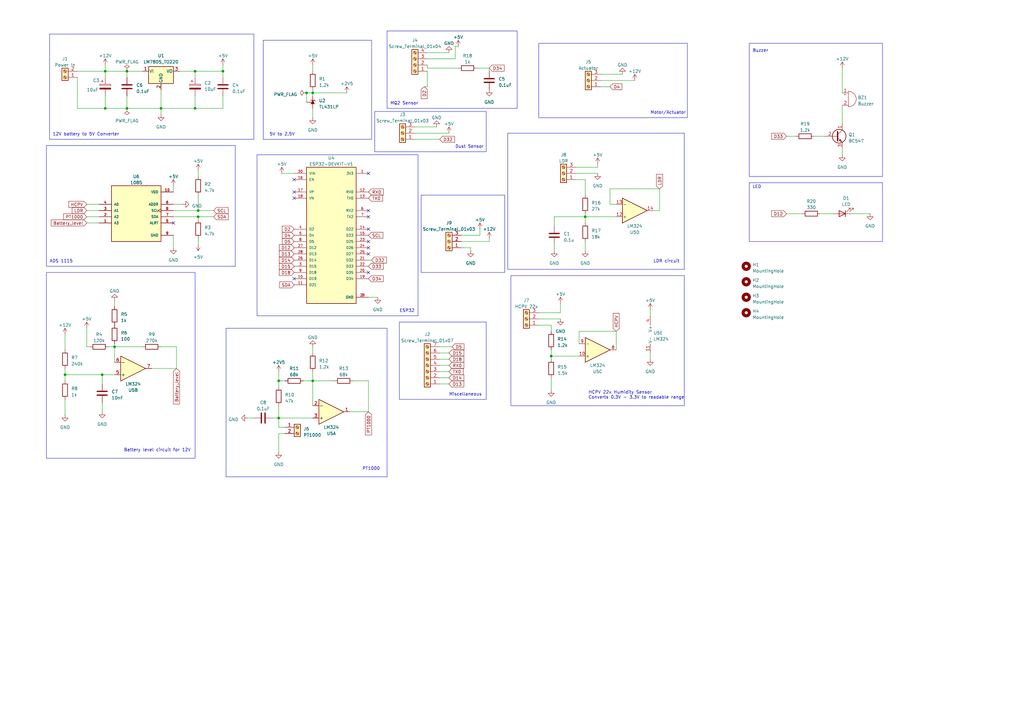
<source format=kicad_sch>
(kicad_sch (version 20230121) (generator eeschema)
  (paper "A3")
  (lib_symbols
    (symbol "ADS1115_module:1085" (pin_names (offset 1.016))
      (property "Reference" "U" (at -10.16 10.795 0))
      (property "Value" "1085" (at -10.16 -15.24 0))
      (symbol "1085_0_0"
        (pin input line (at -15.24 -5.08 0) (length 5.08) (name "A3") (number "1"))
        (pin power_in line (at 15.24 7.62 180) (length 5.08) (name "VDD") (number "10"))
        (pin input line (at -15.24 -2.54 0) (length 5.08) (name "A2") (number "2"))
        (pin input line (at -15.24 0 0) (length 5.08) (name "A1") (number "3"))
        (pin input line (at -15.24 2.54 0) (length 5.08) (name "A0") (number "4"))
        (pin output line (at 15.24 -5.08 180) (length 5.08) (name "ALRT") (number "5"))
        (pin input line (at 15.24 2.54 180) (length 5.08) (name "ADDR") (number "6"))
        (pin bidirectional line (at 15.24 -2.54 180) (length 5.08) (name "SDA") (number "7"))
        (pin input clock (at 15.24 0 180) (length 5.08) (name "SCL") (number "8"))
        (pin power_in line (at 15.24 -10.16 180) (length 5.08) (name "GND") (number "9"))
      )
    )
    (symbol "Amplifier_Operational:LM324" (pin_names (offset 0.127))
      (property "Reference" "U" (at 0 5.08 0))
      (property "Value" "LM324" (at 0 -5.08 0))
      (symbol "LM324_1_1"
        (pin output line (at 7.62 0 180) (length 2.54) (name "~") (number "1"))
        (pin input line (at -7.62 -2.54 0) (length 2.54) (name "-") (number "2"))
        (pin input line (at -7.62 2.54 0) (length 2.54) (name "+") (number "3"))
      )
      (symbol "LM324_2_1"
        (pin input line (at -7.62 2.54 0) (length 2.54) (name "+") (number "5"))
        (pin input line (at -7.62 -2.54 0) (length 2.54) (name "-") (number "6"))
        (pin output line (at 7.62 0 180) (length 2.54) (name "~") (number "7"))
      )
      (symbol "LM324_3_1"
        (pin input line (at -7.62 2.54 0) (length 2.54) (name "+") (number "10"))
        (pin output line (at 7.62 0 180) (length 2.54) (name "~") (number "8"))
        (pin input line (at -7.62 -2.54 0) (length 2.54) (name "-") (number "9"))
      )
      (symbol "LM324_4_1"
        (pin input line (at -7.62 2.54 0) (length 2.54) (name "+") (number "12"))
        (pin input line (at -7.62 -2.54 0) (length 2.54) (name "-") (number "13"))
        (pin output line (at 7.62 0 180) (length 2.54) (name "~") (number "14"))
      )
      (symbol "LM324_5_1"
        (pin power_in line (at -2.54 -7.62 90) (length 3.81) (name "V-") (number "11"))
        (pin power_in line (at -2.54 7.62 270) (length 3.81) (name "V+") (number "4"))
      )
    )
    (symbol "Connector:Screw_Terminal_01x02" (pin_names (offset 1.016) hide)
      (property "Reference" "J" (at 0 2.54 0))
      (property "Value" "Screw_Terminal_01x02" (at 0 -5.08 0))
      (symbol "Screw_Terminal_01x02_1_1"
        (pin passive line (at -5.08 0 0) (length 3.81) (name "Pin_1") (number "1"))
        (pin passive line (at -5.08 -2.54 0) (length 3.81) (name "Pin_2") (number "2"))
      )
    )
    (symbol "Connector:Screw_Terminal_01x03" (pin_names (offset 1.016) hide)
      (property "Reference" "J" (at 0 5.08 0))
      (property "Value" "Screw_Terminal_01x03" (at 0 -5.08 0))
      (symbol "Screw_Terminal_01x03_1_1"
        (pin passive line (at -5.08 2.54 0) (length 3.81) (name "Pin_1") (number "1"))
        (pin passive line (at -5.08 0 0) (length 3.81) (name "Pin_2") (number "2"))
        (pin passive line (at -5.08 -2.54 0) (length 3.81) (name "Pin_3") (number "3"))
      )
    )
    (symbol "Connector:Screw_Terminal_01x04" (pin_names (offset 1.016) hide)
      (property "Reference" "J" (at 0 5.08 0))
      (property "Value" "Screw_Terminal_01x04" (at 0 -7.62 0))
      (symbol "Screw_Terminal_01x04_1_1"
        (pin passive line (at -5.08 2.54 0) (length 3.81) (name "Pin_1") (number "1"))
        (pin passive line (at -5.08 0 0) (length 3.81) (name "Pin_2") (number "2"))
        (pin passive line (at -5.08 -2.54 0) (length 3.81) (name "Pin_3") (number "3"))
        (pin passive line (at -5.08 -5.08 0) (length 3.81) (name "Pin_4") (number "4"))
      )
    )
    (symbol "Connector:Screw_Terminal_01x07" (pin_names (offset 1.016) hide)
      (property "Reference" "J" (at 0 10.16 0))
      (property "Value" "Screw_Terminal_01x07" (at 0 -10.16 0))
      (symbol "Screw_Terminal_01x07_1_1"
        (pin passive line (at -5.08 7.62 0) (length 3.81) (name "Pin_1") (number "1"))
        (pin passive line (at -5.08 5.08 0) (length 3.81) (name "Pin_2") (number "2"))
        (pin passive line (at -5.08 2.54 0) (length 3.81) (name "Pin_3") (number "3"))
        (pin passive line (at -5.08 0 0) (length 3.81) (name "Pin_4") (number "4"))
        (pin passive line (at -5.08 -2.54 0) (length 3.81) (name "Pin_5") (number "5"))
        (pin passive line (at -5.08 -5.08 0) (length 3.81) (name "Pin_6") (number "6"))
        (pin passive line (at -5.08 -7.62 0) (length 3.81) (name "Pin_7") (number "7"))
      )
    )
    (symbol "Device:Buzzer" (pin_names (offset 0.0254) hide)
      (property "Reference" "BZ" (at 3.81 1.27 0))
      (property "Value" "Buzzer" (at 3.81 -1.27 0))
      (symbol "Buzzer_1_1"
        (pin passive line (at -2.54 2.54 0) (length 2.54) (name "-") (number "1"))
        (pin passive line (at -2.54 -2.54 0) (length 2.54) (name "+") (number "2"))
      )
    )
    (symbol "Device:C" (pin_numbers hide) (pin_names (offset 0.254))
      (property "Reference" "C" (at 0.635 2.54 0))
      (property "Value" "C" (at 0.635 -2.54 0))
      (symbol "C_1_1"
        (pin passive line (at 0 3.81 270) (length 2.794) (name "~") (number "1"))
        (pin passive line (at 0 -3.81 90) (length 2.794) (name "~") (number "2"))
      )
    )
    (symbol "Device:C_Polarized" (pin_numbers hide) (pin_names (offset 0.254))
      (property "Reference" "C" (at 0.635 2.54 0))
      (property "Value" "C_Polarized" (at 0.635 -2.54 0))
      (symbol "C_Polarized_1_1"
        (pin passive line (at 0 3.81 270) (length 2.794) (name "~") (number "1"))
        (pin passive line (at 0 -3.81 90) (length 2.794) (name "~") (number "2"))
      )
    )
    (symbol "Device:LED" (pin_numbers hide) (pin_names (offset 1.016) hide)
      (property "Reference" "D" (at 0 2.54 0))
      (property "Value" "LED" (at 0 -2.54 0))
      (symbol "LED_1_1"
        (pin passive line (at -3.81 0 0) (length 2.54) (name "K") (number "1"))
        (pin passive line (at 3.81 0 180) (length 2.54) (name "A") (number "2"))
      )
    )
    (symbol "Device:R" (pin_numbers hide) (pin_names (offset 0))
      (property "Reference" "R" (at 2.032 0 90))
      (property "Value" "R" (at 0 0 90))
      (symbol "R_1_1"
        (pin passive line (at 0 3.81 270) (length 1.27) (name "~") (number "1"))
        (pin passive line (at 0 -3.81 90) (length 1.27) (name "~") (number "2"))
      )
    )
    (symbol "ESP32-DEVKIT-V1:ESP32-DEVKIT-V1" (pin_names (offset 1.016))
      (property "Reference" "U" (at -10.16 30.48 0))
      (property "Value" "ESP32-DEVKIT-V1" (at -10.16 -30.48 0))
      (symbol "ESP32-DEVKIT-V1_0_0"
        (pin output line (at 15.24 25.4 180) (length 5.08) (name "3V3") (number "1"))
        (pin bidirectional line (at -15.24 -17.78 0) (length 5.08) (name "D19") (number "10"))
        (pin bidirectional line (at -15.24 -20.32 0) (length 5.08) (name "D21") (number "11"))
        (pin input line (at 15.24 17.78 180) (length 5.08) (name "RX0") (number "12"))
        (pin output line (at 15.24 15.24 180) (length 5.08) (name "TX0") (number "13"))
        (pin bidirectional line (at 15.24 2.54 180) (length 5.08) (name "D22") (number "14"))
        (pin bidirectional line (at 15.24 0 180) (length 5.08) (name "D23") (number "15"))
        (pin input line (at -15.24 22.86 0) (length 5.08) (name "EN") (number "16"))
        (pin bidirectional line (at -15.24 17.78 0) (length 5.08) (name "VP") (number "17"))
        (pin bidirectional line (at -15.24 15.24 0) (length 5.08) (name "VN") (number "18"))
        (pin bidirectional line (at 15.24 -17.78 180) (length 5.08) (name "D34") (number "19"))
        (pin power_in line (at 15.24 -25.4 180) (length 5.08) (name "GND") (number "2"))
        (pin bidirectional line (at 15.24 -15.24 180) (length 5.08) (name "D35") (number "20"))
        (pin bidirectional line (at 15.24 -10.16 180) (length 5.08) (name "D32") (number "21"))
        (pin bidirectional line (at 15.24 -12.7 180) (length 5.08) (name "D33") (number "22"))
        (pin bidirectional line (at 15.24 -2.54 180) (length 5.08) (name "D25") (number "23"))
        (pin bidirectional line (at 15.24 -5.08 180) (length 5.08) (name "D26") (number "24"))
        (pin bidirectional line (at 15.24 -7.62 180) (length 5.08) (name "D27") (number "25"))
        (pin bidirectional line (at -15.24 -10.16 0) (length 5.08) (name "D14") (number "26"))
        (pin bidirectional line (at -15.24 -5.08 0) (length 5.08) (name "D12") (number "27"))
        (pin bidirectional line (at -15.24 -7.62 0) (length 5.08) (name "D13") (number "28"))
        (pin power_in line (at 15.24 -25.4 180) (length 5.08) (name "GND") (number "29"))
        (pin bidirectional line (at -15.24 -12.7 0) (length 5.08) (name "D15") (number "3"))
        (pin input line (at -15.24 25.4 0) (length 5.08) (name "VIN") (number "30"))
        (pin bidirectional line (at -15.24 2.54 0) (length 5.08) (name "D2") (number "4"))
        (pin bidirectional line (at -15.24 0 0) (length 5.08) (name "D4") (number "5"))
        (pin input line (at 15.24 10.16 180) (length 5.08) (name "RX2") (number "6"))
        (pin output line (at 15.24 7.62 180) (length 5.08) (name "TX2") (number "7"))
        (pin bidirectional line (at -15.24 -2.54 0) (length 5.08) (name "D5") (number "8"))
        (pin bidirectional line (at -15.24 -15.24 0) (length 5.08) (name "D18") (number "9"))
      )
    )
    (symbol "Mechanical:MountingHole" (pin_names (offset 1.016))
      (property "Reference" "H" (at 0 5.08 0))
      (property "Value" "MountingHole" (at 0 3.175 0))
    )
    (symbol "Reference_Voltage:TL431LP" (pin_numbers hide) (pin_names hide)
      (property "Reference" "U" (at -2.54 2.54 0))
      (property "Value" "TL431LP" (at 0 -2.54 0))
      (symbol "TL431LP_1_1"
        (pin passive line (at 0 2.54 270) (length 2.54) (name "REF") (number "1"))
        (pin passive line (at -2.54 0 0) (length 2.54) (name "A") (number "2"))
        (pin passive line (at 2.54 0 180) (length 2.54) (name "K") (number "3"))
      )
    )
    (symbol "Regulator_Linear:LM7805_TO220" (pin_names (offset 0.254))
      (property "Reference" "U" (at -3.81 3.175 0))
      (property "Value" "LM7805_TO220" (at 0 3.175 0))
      (symbol "LM7805_TO220_1_1"
        (pin power_in line (at -7.62 0 0) (length 2.54) (name "VI") (number "1"))
        (pin power_in line (at 0 -7.62 90) (length 2.54) (name "GND") (number "2"))
        (pin power_out line (at 7.62 0 180) (length 2.54) (name "VO") (number "3"))
      )
    )
    (symbol "Transistor_BJT:BC547" (pin_names (offset 0) hide)
      (property "Reference" "Q" (at 5.08 1.905 0))
      (property "Value" "BC547" (at 5.08 0 0))
      (symbol "BC547_1_1"
        (pin passive line (at 2.54 5.08 270) (length 2.54) (name "C") (number "1"))
        (pin input line (at -5.08 0 0) (length 5.08) (name "B") (number "2"))
        (pin passive line (at 2.54 -5.08 90) (length 2.54) (name "E") (number "3"))
      )
    )
    (symbol "power:+12V" (power) (pin_names (offset 0))
      (property "Value" "+12V" (at 0 3.556 0))
      (symbol "+12V_1_1"
        (pin power_in line (at 0 0 90) (length 0) hide (name "+12V") (number "1"))
      )
    )
    (symbol "power:+2V5" (power) (pin_names (offset 0))
      (property "Value" "+2V5" (at 0 3.556 0))
      (symbol "+2V5_1_1"
        (pin power_in line (at 0 0 90) (length 0) hide (name "+2V5") (number "1"))
      )
    )
    (symbol "power:+5V" (power) (pin_names (offset 0))
      (property "Value" "+5V" (at 0 3.556 0))
      (symbol "+5V_1_1"
        (pin power_in line (at 0 0 90) (length 0) hide (name "+5V") (number "1"))
      )
    )
    (symbol "power:GND" (power) (pin_names (offset 0))
      (property "Value" "GND" (at 0 -3.81 0))
      (symbol "GND_1_1"
        (pin power_in line (at 0 0 270) (length 0) hide (name "GND") (number "1"))
      )
    )
    (symbol "power:PWR_FLAG" (power) (pin_numbers hide) (pin_names (offset 0) hide)
      (property "Value" "PWR_FLAG" (at 0 3.81 0))
      (symbol "PWR_FLAG_0_0"
        (pin power_out line (at 0 0 90) (length 0) (name "pwr") (number "1"))
      )
    )
  )
  (junction (at 80.01 44.45))
  (junction (at 66.04 44.45))
  (junction (at 240.03 88.9))
  (junction (at 43.18 29.21))
  (junction (at 114.3 156.21))
  (junction (at 125.73 38.1))
  (junction (at 41.91 153.67))
  (junction (at 52.07 44.45))
  (junction (at 91.44 29.21))
  (junction (at 128.27 38.1))
  (junction (at 26.67 153.67))
  (junction (at 81.28 86.36))
  (junction (at 46.99 142.24))
  (junction (at 226.06 146.05))
  (junction (at 128.27 156.21))
  (junction (at 80.01 29.21))
  (junction (at 43.18 44.45))
  (junction (at 81.28 88.9))
  (junction (at 114.3 171.45))
  (junction (at 52.07 29.21))
  (no_connect (at 120.65 114.3))
  (no_connect (at 151.13 93.98))
  (no_connect (at 151.13 86.36))
  (no_connect (at 151.13 104.14))
  (no_connect (at 120.65 81.28))
  (no_connect (at 151.13 111.76))
  (no_connect (at 151.13 88.9))
  (no_connect (at 151.13 71.12))
  (no_connect (at 71.12 91.44))
  (no_connect (at 120.65 78.74))
  (no_connect (at 151.13 99.06))
  (no_connect (at 151.13 101.6))
  (no_connect (at 120.65 73.66))
  (wire (pts (xy 66.04 44.45) (xy 66.04 46.99)))
  (wire (pts (xy 236.22 73.66) (xy 240.03 73.66)))
  (wire (pts (xy 240.03 87.63) (xy 240.03 88.9)))
  (wire (pts (xy 266.7 127) (xy 266.7 129.54)))
  (wire (pts (xy 66.04 142.24) (xy 72.39 142.24)))
  (wire (pts (xy 31.75 31.75) (xy 31.75 44.45)))
  (wire (pts (xy 246.38 30.48) (xy 255.27 30.48)))
  (wire (pts (xy 114.3 152.4) (xy 114.3 156.21)))
  (wire (pts (xy 71.12 83.82) (xy 74.93 83.82)))
  (wire (pts (xy 81.28 88.9) (xy 87.63 88.9)))
  (wire (pts (xy 226.06 154.94) (xy 226.06 160.02)))
  (wire (pts (xy 270.51 77.47) (xy 270.51 86.36)))
  (wire (pts (xy 227.33 88.9) (xy 240.03 88.9)))
  (wire (pts (xy 128.27 38.1) (xy 128.27 39.37)))
  (wire (pts (xy 35.56 88.9) (xy 40.64 88.9)))
  (wire (pts (xy 322.58 55.88) (xy 326.39 55.88)))
  (wire (pts (xy 196.85 96.52) (xy 196.85 93.98)))
  (wire (pts (xy 226.06 146.05) (xy 237.49 146.05)))
  (wire (pts (xy 43.18 39.37) (xy 43.18 44.45)))
  (wire (pts (xy 101.6 171.45) (xy 104.14 171.45)))
  (wire (pts (xy 184.15 149.86) (xy 180.34 149.86)))
  (wire (pts (xy 43.18 29.21) (xy 43.18 31.75)))
  (wire (pts (xy 240.03 88.9) (xy 252.73 88.9)))
  (wire (pts (xy 35.56 91.44) (xy 40.64 91.44)))
  (wire (pts (xy 81.28 69.85) (xy 81.28 72.39)))
  (wire (pts (xy 111.76 171.45) (xy 114.3 171.45)))
  (wire (pts (xy 41.91 165.1) (xy 41.91 168.91)))
  (wire (pts (xy 229.87 124.46) (xy 229.87 128.27)))
  (wire (pts (xy 81.28 86.36) (xy 87.63 86.36)))
  (wire (pts (xy 200.66 27.94) (xy 195.58 27.94)))
  (wire (pts (xy 35.56 86.36) (xy 40.64 86.36)))
  (wire (pts (xy 252.73 135.89) (xy 252.73 143.51)))
  (wire (pts (xy 173.99 35.56) (xy 175.26 35.56)))
  (wire (pts (xy 236.22 71.12) (xy 245.11 71.12)))
  (wire (pts (xy 185.42 142.24) (xy 180.34 142.24)))
  (wire (pts (xy 322.58 87.63) (xy 328.93 87.63)))
  (wire (pts (xy 26.67 151.13) (xy 26.67 153.67)))
  (wire (pts (xy 66.04 44.45) (xy 66.04 36.83)))
  (wire (pts (xy 72.39 142.24) (xy 72.39 151.13)))
  (wire (pts (xy 128.27 156.21) (xy 128.27 152.4)))
  (wire (pts (xy 114.3 156.21) (xy 114.3 158.75)))
  (wire (pts (xy 80.01 31.75) (xy 80.01 29.21)))
  (wire (pts (xy 35.56 134.62) (xy 35.56 142.24)))
  (wire (pts (xy 200.66 29.21) (xy 200.66 27.94)))
  (wire (pts (xy 240.03 99.06) (xy 240.03 102.87)))
  (wire (pts (xy 336.55 87.63) (xy 341.63 87.63)))
  (wire (pts (xy 46.99 123.19) (xy 46.99 125.73)))
  (wire (pts (xy 114.3 171.45) (xy 128.27 171.45)))
  (wire (pts (xy 175.26 21.59) (xy 184.15 21.59)))
  (wire (pts (xy 189.23 99.06) (xy 200.66 99.06)))
  (wire (pts (xy 71.12 88.9) (xy 81.28 88.9)))
  (wire (pts (xy 46.99 142.24) (xy 58.42 142.24)))
  (wire (pts (xy 46.99 142.24) (xy 46.99 140.97)))
  (wire (pts (xy 128.27 156.21) (xy 128.27 166.37)))
  (wire (pts (xy 31.75 44.45) (xy 43.18 44.45)))
  (wire (pts (xy 250.19 83.82) (xy 250.19 77.47)))
  (wire (pts (xy 52.07 44.45) (xy 66.04 44.45)))
  (wire (pts (xy 184.15 144.78) (xy 180.34 144.78)))
  (wire (pts (xy 41.91 153.67) (xy 41.91 157.48)))
  (wire (pts (xy 151.13 106.68) (xy 152.4 106.68)))
  (wire (pts (xy 186.69 19.05) (xy 186.69 24.13)))
  (wire (pts (xy 43.18 44.45) (xy 52.07 44.45)))
  (wire (pts (xy 26.67 137.16) (xy 26.67 143.51)))
  (wire (pts (xy 44.45 142.24) (xy 46.99 142.24)))
  (wire (pts (xy 186.69 24.13) (xy 175.26 24.13)))
  (wire (pts (xy 128.27 156.21) (xy 137.16 156.21)))
  (wire (pts (xy 246.38 35.56) (xy 250.19 35.56)))
  (wire (pts (xy 80.01 29.21) (xy 73.66 29.21)))
  (wire (pts (xy 81.28 97.79) (xy 81.28 100.33)))
  (wire (pts (xy 246.38 33.02) (xy 260.35 33.02)))
  (wire (pts (xy 125.73 41.91) (xy 125.73 38.1)))
  (wire (pts (xy 184.15 147.32) (xy 180.34 147.32)))
  (wire (pts (xy 128.27 142.24) (xy 128.27 144.78)))
  (wire (pts (xy 91.44 31.75) (xy 91.44 29.21)))
  (wire (pts (xy 124.46 156.21) (xy 128.27 156.21)))
  (wire (pts (xy 250.19 77.47) (xy 270.51 77.47)))
  (wire (pts (xy 226.06 146.05) (xy 226.06 147.32)))
  (wire (pts (xy 114.3 177.8) (xy 114.3 185.42)))
  (wire (pts (xy 114.3 171.45) (xy 114.3 175.26)))
  (wire (pts (xy 71.12 86.36) (xy 81.28 86.36)))
  (wire (pts (xy 128.27 38.1) (xy 142.24 38.1)))
  (wire (pts (xy 170.18 54.61) (xy 184.15 54.61)))
  (wire (pts (xy 125.73 38.1) (xy 128.27 38.1)))
  (wire (pts (xy 151.13 156.21) (xy 151.13 168.91)))
  (wire (pts (xy 226.06 133.35) (xy 226.06 135.89)))
  (wire (pts (xy 236.22 68.58) (xy 245.11 68.58)))
  (wire (pts (xy 237.49 140.97) (xy 237.49 135.89)))
  (wire (pts (xy 26.67 153.67) (xy 26.67 156.21)))
  (wire (pts (xy 345.44 60.96) (xy 345.44 63.5)))
  (wire (pts (xy 220.98 133.35) (xy 226.06 133.35)))
  (wire (pts (xy 266.7 144.78) (xy 266.7 147.32)))
  (wire (pts (xy 170.18 52.07) (xy 179.07 52.07)))
  (wire (pts (xy 180.34 154.94) (xy 184.15 154.94)))
  (wire (pts (xy 180.34 157.48) (xy 184.15 157.48)))
  (wire (pts (xy 41.91 153.67) (xy 46.99 153.67)))
  (wire (pts (xy 240.03 88.9) (xy 240.03 91.44)))
  (wire (pts (xy 227.33 92.71) (xy 227.33 88.9)))
  (wire (pts (xy 43.18 26.67) (xy 43.18 29.21)))
  (wire (pts (xy 91.44 26.67) (xy 91.44 29.21)))
  (wire (pts (xy 128.27 36.83) (xy 128.27 38.1)))
  (wire (pts (xy 240.03 73.66) (xy 240.03 80.01)))
  (wire (pts (xy 270.51 86.36) (xy 267.97 86.36)))
  (wire (pts (xy 334.01 55.88) (xy 337.82 55.88)))
  (wire (pts (xy 80.01 44.45) (xy 66.04 44.45)))
  (wire (pts (xy 115.57 71.12) (xy 120.65 71.12)))
  (wire (pts (xy 52.07 29.21) (xy 58.42 29.21)))
  (wire (pts (xy 245.11 68.58) (xy 245.11 67.31)))
  (wire (pts (xy 91.44 44.45) (xy 80.01 44.45)))
  (wire (pts (xy 187.96 27.94) (xy 175.26 27.94)))
  (wire (pts (xy 175.26 27.94) (xy 175.26 26.67)))
  (wire (pts (xy 189.23 96.52) (xy 196.85 96.52)))
  (wire (pts (xy 116.84 175.26) (xy 114.3 175.26)))
  (wire (pts (xy 26.67 163.83) (xy 26.67 170.18)))
  (wire (pts (xy 144.78 156.21) (xy 151.13 156.21)))
  (wire (pts (xy 71.12 76.2) (xy 71.12 78.74)))
  (wire (pts (xy 143.51 168.91) (xy 151.13 168.91)))
  (wire (pts (xy 250.19 83.82) (xy 252.73 83.82)))
  (wire (pts (xy 52.07 29.21) (xy 52.07 31.75)))
  (wire (pts (xy 186.69 19.05) (xy 187.96 19.05)))
  (wire (pts (xy 71.12 96.52) (xy 71.12 101.6)))
  (wire (pts (xy 35.56 142.24) (xy 36.83 142.24)))
  (wire (pts (xy 81.28 88.9) (xy 81.28 90.17)))
  (wire (pts (xy 31.75 29.21) (xy 43.18 29.21)))
  (wire (pts (xy 91.44 39.37) (xy 91.44 44.45)))
  (wire (pts (xy 151.13 121.92) (xy 154.94 121.92)))
  (wire (pts (xy 116.84 177.8) (xy 114.3 177.8)))
  (wire (pts (xy 46.99 148.59) (xy 46.99 142.24)))
  (wire (pts (xy 193.04 101.6) (xy 193.04 102.87)))
  (wire (pts (xy 345.44 43.18) (xy 345.44 50.8)))
  (wire (pts (xy 345.44 27.94) (xy 345.44 38.1)))
  (wire (pts (xy 226.06 143.51) (xy 226.06 146.05)))
  (wire (pts (xy 237.49 135.89) (xy 252.73 135.89)))
  (wire (pts (xy 189.23 101.6) (xy 193.04 101.6)))
  (wire (pts (xy 220.98 130.81) (xy 229.87 130.81)))
  (wire (pts (xy 43.18 29.21) (xy 52.07 29.21)))
  (wire (pts (xy 26.67 153.67) (xy 41.91 153.67)))
  (wire (pts (xy 114.3 166.37) (xy 114.3 171.45)))
  (wire (pts (xy 80.01 39.37) (xy 80.01 44.45)))
  (wire (pts (xy 128.27 26.67) (xy 128.27 29.21)))
  (wire (pts (xy 180.34 57.15) (xy 170.18 57.15)))
  (wire (pts (xy 229.87 128.27) (xy 220.98 128.27)))
  (wire (pts (xy 80.01 29.21) (xy 91.44 29.21)))
  (wire (pts (xy 81.28 80.01) (xy 81.28 86.36)))
  (wire (pts (xy 128.27 44.45) (xy 128.27 48.26)))
  (wire (pts (xy 62.23 151.13) (xy 72.39 151.13)))
  (wire (pts (xy 227.33 100.33) (xy 227.33 102.87)))
  (wire (pts (xy 114.3 156.21) (xy 116.84 156.21)))
  (wire (pts (xy 52.07 39.37) (xy 52.07 44.45)))
  (wire (pts (xy 175.26 35.56) (xy 175.26 29.21)))
  (wire (pts (xy 184.15 152.4) (xy 180.34 152.4)))
  (wire (pts (xy 349.25 87.63) (xy 356.87 87.63)))
  (wire (pts (xy 35.56 83.82) (xy 40.64 83.82)))
  (wire (pts (xy 200.66 99.06) (xy 200.66 97.79)))
  (rectangle (start 158.75 12.7) (end 212.09 44.45))
  (rectangle (start 209.55 113.03) (end 280.67 166.37))
  (rectangle (start 20.32 13.97) (end 104.14 57.15))
  (rectangle (start 208.28 54.61) (end 280.67 110.49))
  (rectangle (start 19.05 111.76) (end 80.01 187.96))
  (rectangle (start 172.72 80.01) (end 207.01 111.76))
  (rectangle (start 105.41 63.5) (end 171.45 129.54))
  (rectangle (start 307.34 74.93) (end 361.95 99.06))
  (rectangle (start 307.34 17.78) (end 361.95 72.39))
  (rectangle (start 92.71 134.62) (end 158.75 195.58))
  (rectangle (start 220.98 17.78) (end 281.94 48.26))
  (rectangle (start 153.67 45.72) (end 199.39 62.23))
  (rectangle (start 19.05 59.69) (end 96.52 109.22))
  (rectangle (start 107.95 16.51) (end 152.4 57.15))
  (rectangle (start 163.83 132.08) (end 199.39 163.83))
  (text "ESP32" (at 163.83 128.27 0) (effects (font (size 1.27 1.27)) (justify left bottom)))
  (text "MQ2 Sensor" (at 160.02 43.18 0) (effects (font (size 1.27 1.27)) (justify left bottom)))
  (text "Buzzer" (at 308.61 21.59 0) (effects (font (size 1.27 1.27)) (justify left bottom)))
  (text "Miscellaneous" (at 184.15 162.56 0) (effects (font (size 1.27 1.27)) (justify left bottom)))
  (text "12V battery to 5V Converter" (at 21.59 55.88 0) (effects (font (size 1.27 1.27)) (justify left bottom)))
  (text "LED" (at 308.61 77.47 0) (effects (font (size 1.27 1.27)) (justify left bottom)))
  (text "ADS 1115" (at 20.32 107.95 0) (effects (font (size 1.27 1.27)) (justify left bottom)))
  (text "PT1000" (at 148.59 193.04 0) (effects (font (size 1.27 1.27)) (justify left bottom)))
  (text "HCPV 22x Humidity Sensor\nConverts 0.3V - 3.3V to readable range" (at 241.3 163.83 0) (effects (font (size 1.27 1.27)) (justify left bottom)))
  (text "Dust Sensor" (at 186.69 60.96 0) (effects (font (size 1.27 1.27)) (justify left bottom)))
  (text "Motor/Actuator" (at 266.7 46.99 0) (effects (font (size 1.27 1.27)) (justify left bottom)))
  (text "LDR circuit" (at 267.97 107.95 0) (effects (font (size 1.27 1.27)) (justify left bottom)))
  (text "Battery level circuit for 12V" (at 50.8 185.42 0) (effects (font (size 1.27 1.27)) (justify left bottom)))
  (text "5V to 2.5V" (at 110.49 55.88 0) (effects (font (size 1.27 1.27)) (justify left bottom)))
  (global_label "SDA" (shape input) (at 87.63 88.9 0) (property "Intersheetrefs" "${INTERSHEET_REFS}" (effects hide)))
  (global_label "PT1000" (shape input) (at 151.13 168.91 270) (property "Intersheetrefs" "${INTERSHEET_REFS}" (effects hide)))
  (global_label "RX0" (shape input) (at 184.15 149.86 0) (property "Intersheetrefs" "${INTERSHEET_REFS}" (effects hide)))
  (global_label "D5" (shape input) (at 185.42 142.24 0) (property "Intersheetrefs" "${INTERSHEET_REFS}" (effects hide)))
  (global_label "HCPV" (shape input) (at 35.56 83.82 180) (property "Intersheetrefs" "${INTERSHEET_REFS}" (effects hide)))
  (global_label "D15" (shape input) (at 120.65 109.22 180) (property "Intersheetrefs" "${INTERSHEET_REFS}" (effects hide)))
  (global_label "D4" (shape input) (at 120.65 96.52 180) (property "Intersheetrefs" "${INTERSHEET_REFS}" (effects hide)))
  (global_label "TX0" (shape input) (at 184.15 152.4 0) (property "Intersheetrefs" "${INTERSHEET_REFS}" (effects hide)))
  (global_label "LDR" (shape input) (at 35.56 86.36 180) (property "Intersheetrefs" "${INTERSHEET_REFS}" (effects hide)))
  (global_label "D18" (shape input) (at 184.15 147.32 0) (property "Intersheetrefs" "${INTERSHEET_REFS}" (effects hide)))
  (global_label "SCL" (shape input) (at 87.63 86.36 0) (property "Intersheetrefs" "${INTERSHEET_REFS}" (effects hide)))
  (global_label "D13" (shape input) (at 120.65 104.14 180) (property "Intersheetrefs" "${INTERSHEET_REFS}" (effects hide)))
  (global_label "D2" (shape input) (at 173.99 35.56 270) (property "Intersheetrefs" "${INTERSHEET_REFS}" (effects hide)))
  (global_label "D12" (shape input) (at 322.58 87.63 180) (property "Intersheetrefs" "${INTERSHEET_REFS}" (effects hide)))
  (global_label "D12" (shape input) (at 120.65 101.6 180) (property "Intersheetrefs" "${INTERSHEET_REFS}" (effects hide)))
  (global_label "D34" (shape input) (at 200.66 27.94 0) (property "Intersheetrefs" "${INTERSHEET_REFS}" (effects hide)))
  (global_label "Battery_level" (shape input) (at 72.39 151.13 270) (property "Intersheetrefs" "${INTERSHEET_REFS}" (effects hide)))
  (global_label "PT1000" (shape input) (at 35.56 88.9 180) (property "Intersheetrefs" "${INTERSHEET_REFS}" (effects hide)))
  (global_label "LDR" (shape input) (at 270.51 77.47 90) (property "Intersheetrefs" "${INTERSHEET_REFS}" (effects hide)))
  (global_label "D33" (shape input) (at 151.13 109.22 0) (property "Intersheetrefs" "${INTERSHEET_REFS}" (effects hide)))
  (global_label "D13" (shape input) (at 184.15 157.48 0) (property "Intersheetrefs" "${INTERSHEET_REFS}" (effects hide)))
  (global_label "D33" (shape input) (at 322.58 55.88 180) (property "Intersheetrefs" "${INTERSHEET_REFS}" (effects hide)))
  (global_label "RX0" (shape input) (at 151.13 78.74 0) (property "Intersheetrefs" "${INTERSHEET_REFS}" (effects hide)))
  (global_label "D5" (shape input) (at 120.65 99.06 180) (property "Intersheetrefs" "${INTERSHEET_REFS}" (effects hide)))
  (global_label "D34" (shape input) (at 151.13 114.3 0) (property "Intersheetrefs" "${INTERSHEET_REFS}" (effects hide)))
  (global_label "D32" (shape input) (at 152.4 106.68 0) (property "Intersheetrefs" "${INTERSHEET_REFS}" (effects hide)))
  (global_label "HCPV" (shape input) (at 252.73 135.89 90) (property "Intersheetrefs" "${INTERSHEET_REFS}" (effects hide)))
  (global_label "D18" (shape input) (at 120.65 111.76 180) (property "Intersheetrefs" "${INTERSHEET_REFS}" (effects hide)))
  (global_label "D14" (shape input) (at 184.15 154.94 0) (property "Intersheetrefs" "${INTERSHEET_REFS}" (effects hide)))
  (global_label "D32" (shape input) (at 180.34 57.15 0) (property "Intersheetrefs" "${INTERSHEET_REFS}" (effects hide)))
  (global_label "SCL" (shape input) (at 151.13 96.52 0) (property "Intersheetrefs" "${INTERSHEET_REFS}" (effects hide)))
  (global_label "D15" (shape input) (at 184.15 144.78 0) (property "Intersheetrefs" "${INTERSHEET_REFS}" (effects hide)))
  (global_label "D14" (shape input) (at 120.65 106.68 180) (property "Intersheetrefs" "${INTERSHEET_REFS}" (effects hide)))
  (global_label "SDA" (shape input) (at 120.65 116.84 180) (property "Intersheetrefs" "${INTERSHEET_REFS}" (effects hide)))
  (global_label "D4" (shape input) (at 250.19 35.56 0) (property "Intersheetrefs" "${INTERSHEET_REFS}" (effects hide)))
  (global_label "Battery_level" (shape input) (at 35.56 91.44 180) (property "Intersheetrefs" "${INTERSHEET_REFS}" (effects hide)))
  (global_label "TX0" (shape input) (at 151.13 81.28 0) (property "Intersheetrefs" "${INTERSHEET_REFS}" (effects hide)))
  (global_label "D2" (shape input) (at 120.65 93.98 180) (property "Intersheetrefs" "${INTERSHEET_REFS}" (effects hide)))
  (symbol (lib_id "Device:R") (at 226.06 151.13 0) (unit 1)
    (property "Reference" "R15" (at 228.6 150.495 0) (effects (justify left)))
    (property "Value" "1.5k" (at 228.6 153.035 0) (effects (justify left)))
    (property "Footprint" "Resistor_THT:R_Axial_DIN0207_L6.3mm_D2.5mm_P10.16mm_Horizontal" (effects hide))
  )
  (symbol (lib_id "Transistor_BJT:BC547") (at 342.9 55.88 0) (unit 1)
    (property "Reference" "Q1" (at 347.98 55.245 0) (effects (justify left)))
    (property "Value" "BC547" (at 347.98 57.785 0) (effects (justify left)))
    (property "Footprint" "Package_TO_SOT_THT:TO-92_Inline" (effects hide))
    (property "Datasheet" "https://www.onsemi.com/pub/Collateral/BC550-D.pdf" (effects hide))
  )
  (symbol (lib_id "power:GND") (at 41.91 168.91 0) (unit 1)
    (property "Reference" "#PWR042" (effects hide))
    (property "Value" "GND" (at 41.91 173.99 0))
  )
  (symbol (lib_id "Device:R") (at 128.27 33.02 0) (unit 1)
    (property "Reference" "R1" (at 130.81 32.385 0) (effects (justify left)))
    (property "Value" "1.2k" (at 130.81 34.925 0) (effects (justify left)))
    (property "Footprint" "Resistor_THT:R_Axial_DIN0207_L6.3mm_D2.5mm_P10.16mm_Horizontal" (effects hide))
  )
  (symbol (lib_id "power:GND") (at 200.66 36.83 0) (unit 1)
    (property "Reference" "#PWR034" (effects hide))
    (property "Value" "GND" (at 200.66 41.91 0))
  )
  (symbol (lib_id "Mechanical:MountingHole") (at 306.07 109.22 0) (unit 1)
    (property "Reference" "H1" (at 308.61 108.585 0) (effects (justify left)))
    (property "Value" "MountingHole" (at 308.61 111.125 0) (effects (justify left)))
    (property "Footprint" "MountingHole:MountingHole_3.2mm_M3" (effects hide))
  )
  (symbol (lib_id "power:GND") (at 26.67 170.18 0) (unit 1)
    (property "Reference" "#PWR023" (effects hide))
    (property "Value" "GND" (at 26.67 175.26 0))
  )
  (symbol (lib_id "power:GND") (at 226.06 160.02 0) (unit 1)
    (property "Reference" "#PWR016" (effects hide))
    (property "Value" "GND" (at 226.06 165.1 0))
  )
  (symbol (lib_id "Device:R") (at 332.74 87.63 90) (unit 1)
    (property "Reference" "R20" (at 332.74 82.55 90))
    (property "Value" "330" (at 332.74 85.09 90))
    (property "Footprint" "Resistor_THT:R_Axial_DIN0207_L6.3mm_D2.5mm_P10.16mm_Horizontal" (effects hide))
  )
  (symbol (lib_id "power:+5V") (at 229.87 124.46 0) (unit 1)
    (property "Reference" "#PWR017" (effects hide))
    (property "Value" "+5V" (at 229.87 120.65 0))
  )
  (symbol (lib_id "Connector:Screw_Terminal_01x02") (at 121.92 175.26 0) (unit 1)
    (property "Reference" "J6" (at 124.46 175.895 0) (effects (justify left)))
    (property "Value" "PT1000" (at 124.46 178.435 0) (effects (justify left)))
    (property "Footprint" "TerminalBlock_Phoenix:TerminalBlock_Phoenix_MKDS-1,5-2-5.08_1x02_P5.08mm_Horizontal" (effects hide))
  )
  (symbol (lib_id "Connector:Screw_Terminal_01x03") (at 215.9 130.81 180) (unit 1)
    (property "Reference" "J7" (at 215.9 123.19 0))
    (property "Value" "HCPV 22x" (at 215.9 125.73 0))
    (property "Footprint" "TerminalBlock_Phoenix:TerminalBlock_Phoenix_MKDS-1,5-3-5.08_1x03_P5.08mm_Horizontal" (effects hide))
  )
  (symbol (lib_id "power:GND") (at 74.93 83.82 90) (unit 1)
    (property "Reference" "#PWR044" (effects hide))
    (property "Value" "GND" (at 78.74 84.455 90) (effects (justify right)))
  )
  (symbol (lib_id "power:+5V") (at 187.96 19.05 0) (unit 1)
    (property "Reference" "#PWR031" (effects hide))
    (property "Value" "+5V" (at 187.96 15.24 0))
  )
  (symbol (lib_id "power:+5V") (at 128.27 26.67 0) (unit 1)
    (property "Reference" "#PWR04" (effects hide))
    (property "Value" "+5V" (at 128.27 22.86 0))
  )
  (symbol (lib_id "Regulator_Linear:LM7805_TO220") (at 66.04 29.21 0) (unit 1)
    (property "Reference" "U1" (at 66.04 22.86 0))
    (property "Value" "LM7805_TO220" (at 66.04 25.4 0))
    (property "Footprint" "Package_TO_SOT_THT:TO-220-3_Vertical" (effects hide))
    (property "Datasheet" "https://www.onsemi.cn/PowerSolutions/document/MC7800-D.PDF" (effects hide))
  )
  (symbol (lib_id "power:GND") (at 114.3 185.42 0) (unit 1)
    (property "Reference" "#PWR020" (effects hide))
    (property "Value" "GND" (at 114.3 190.5 0))
  )
  (symbol (lib_id "power:GND") (at 345.44 63.5 0) (unit 1)
    (property "Reference" "#PWR038" (effects hide))
    (property "Value" "GND" (at 345.44 68.58 0))
  )
  (symbol (lib_id "Device:C") (at 52.07 35.56 0) (unit 1)
    (property "Reference" "C6" (at 55.88 34.925 0) (effects (justify left)))
    (property "Value" "0.1uF" (at 55.88 37.465 0) (effects (justify left)))
    (property "Footprint" "Capacitor_THT:C_Disc_D6.0mm_W2.5mm_P5.00mm" (effects hide))
  )
  (symbol (lib_id "Device:C") (at 227.33 96.52 0) (unit 1)
    (property "Reference" "C1" (at 231.14 95.885 0) (effects (justify left)))
    (property "Value" "0.1u" (at 231.14 98.425 0) (effects (justify left)))
    (property "Footprint" "Capacitor_THT:C_Disc_D6.0mm_W2.5mm_P5.00mm" (effects hide))
  )
  (symbol (lib_id "power:+5V") (at 71.12 76.2 0) (unit 1)
    (property "Reference" "#PWR07" (effects hide))
    (property "Value" "+5V" (at 71.12 72.39 0))
  )
  (symbol (lib_id "Device:R") (at 81.28 76.2 0) (unit 1)
    (property "Reference" "R2" (at 83.82 75.565 0) (effects (justify left)))
    (property "Value" "4.7k" (at 83.82 78.105 0) (effects (justify left)))
    (property "Footprint" "Resistor_THT:R_Axial_DIN0207_L6.3mm_D2.5mm_P10.16mm_Horizontal" (effects hide))
  )
  (symbol (lib_id "Mechanical:MountingHole") (at 306.07 121.92 0) (unit 1)
    (property "Reference" "H3" (at 308.61 121.285 0) (effects (justify left)))
    (property "Value" "MountingHole" (at 308.61 123.825 0) (effects (justify left)))
    (property "Footprint" "MountingHole:MountingHole_3.2mm_M3" (effects hide))
  )
  (symbol (lib_id "Mechanical:MountingHole") (at 306.07 115.57 0) (unit 1)
    (property "Reference" "H2" (at 308.61 114.935 0) (effects (justify left)))
    (property "Value" "MountingHole" (at 308.61 117.475 0) (effects (justify left)))
    (property "Footprint" "MountingHole:MountingHole_3.2mm_M3" (effects hide))
  )
  (symbol (lib_id "Connector:Screw_Terminal_01x07") (at 175.26 149.86 180) (unit 1)
    (property "Reference" "J2" (at 175.26 137.16 0))
    (property "Value" "Screw_Terminal_01x07" (at 175.26 139.7 0))
    (property "Footprint" "TerminalBlock_Phoenix:TerminalBlock_Phoenix_MKDS-1,5-7-5.08_1x07_P5.08mm_Horizontal" (effects hide))
  )
  (symbol (lib_id "Connector:Screw_Terminal_01x03") (at 165.1 54.61 180) (unit 1)
    (property "Reference" "J3" (at 165.1 46.99 0))
    (property "Value" "Screw_Terminal_01x03" (at 165.1 49.53 0))
    (property "Footprint" "TerminalBlock_Phoenix:TerminalBlock_Phoenix_MKDS-1,5-3-5.08_1x03_P5.08mm_Horizontal" (effects hide))
  )
  (symbol (lib_id "Connector:Screw_Terminal_01x03") (at 231.14 71.12 180) (unit 1)
    (property "Reference" "J8" (at 231.14 63.5 0))
    (property "Value" "LDR" (at 231.14 66.04 0))
    (property "Footprint" "TerminalBlock_Phoenix:TerminalBlock_Phoenix_MKDS-1,5-3-5.08_1x03_P5.08mm_Horizontal" (effects hide))
  )
  (symbol (lib_id "Device:Buzzer") (at 347.98 40.64 0) (unit 1)
    (property "Reference" "BZ1" (at 351.79 40.005 0) (effects (justify left)))
    (property "Value" "Buzzer" (at 351.79 42.545 0) (effects (justify left)))
    (property "Footprint" "Buzzer_Beeper:Buzzer_15x7.5RM7.6" (effects hide))
  )
  (symbol (lib_id "power:+5V") (at 115.57 71.12 0) (unit 1)
    (property "Reference" "#PWR010" (effects hide))
    (property "Value" "+5V" (at 115.57 67.31 0))
  )
  (symbol (lib_id "power:+12V") (at 345.44 27.94 0) (unit 1)
    (property "Reference" "#PWR039" (effects hide))
    (property "Value" "+12V" (at 345.44 24.13 0))
  )
  (symbol (lib_id "power:GND") (at 245.11 71.12 0) (unit 1)
    (property "Reference" "#PWR014" (effects hide))
    (property "Value" "GND" (at 245.11 76.2 0))
  )
  (symbol (lib_id "power:GND") (at 66.04 46.99 0) (unit 1)
    (property "Reference" "#PWR02" (effects hide))
    (property "Value" "GND" (at 66.04 52.07 0))
  )
  (symbol (lib_id "power:+12V") (at 200.66 97.79 0) (unit 1)
    (property "Reference" "#PWR036" (effects hide))
    (property "Value" "+12V" (at 200.66 93.98 0))
  )
  (symbol (lib_id "Device:R") (at 26.67 160.02 0) (unit 1)
    (property "Reference" "R8" (at 29.21 159.385 0) (effects (justify left)))
    (property "Value" "1k" (at 29.21 161.925 0) (effects (justify left)))
    (property "Footprint" "Resistor_THT:R_Axial_DIN0207_L6.3mm_D2.5mm_P10.16mm_Horizontal" (effects hide))
  )
  (symbol (lib_id "power:GND") (at 184.15 21.59 180) (unit 1)
    (property "Reference" "#PWR030" (effects hide))
    (property "Value" "GND" (at 184.15 17.78 0))
  )
  (symbol (lib_id "Device:C_Polarized") (at 43.18 35.56 0) (unit 1)
    (property "Reference" "C3" (at 38.1 33.02 0) (effects (justify left)))
    (property "Value" "10uF" (at 35.56 36.83 0) (effects (justify left)))
    (property "Footprint" "Capacitor_THT:CP_Radial_D4.0mm_P2.00mm" (effects hide))
  )
  (symbol (lib_id "Device:R") (at 226.06 139.7 0) (unit 1)
    (property "Reference" "R14" (at 228.6 139.065 0) (effects (justify left)))
    (property "Value" "1.2k" (at 228.6 141.605 0) (effects (justify left)))
    (property "Footprint" "Resistor_THT:R_Axial_DIN0207_L6.3mm_D2.5mm_P10.16mm_Horizontal" (effects hide))
  )
  (symbol (lib_id "power:PWR_FLAG") (at 125.73 38.1 90) (unit 1)
    (property "Reference" "#FLG03" (effects hide))
    (property "Value" "PWR_FLAG" (at 121.92 38.735 90) (effects (justify left)))
  )
  (symbol (lib_id "power:GND") (at 255.27 30.48 180) (unit 1)
    (property "Reference" "#PWR029" (effects hide))
    (property "Value" "GND" (at 255.27 26.67 0))
  )
  (symbol (lib_id "power:GND") (at 266.7 147.32 0) (unit 1)
    (property "Reference" "#PWR012" (effects hide))
    (property "Value" "GND" (at 266.7 152.4 0))
  )
  (symbol (lib_id "power:+5V") (at 81.28 69.85 0) (unit 1)
    (property "Reference" "#PWR027" (effects hide))
    (property "Value" "+5V" (at 81.28 66.04 0))
  )
  (symbol (lib_id "power:+5V") (at 35.56 134.62 0) (unit 1)
    (property "Reference" "#PWR024" (effects hide))
    (property "Value" "+5V" (at 35.56 130.81 0))
  )
  (symbol (lib_id "power:+5V") (at 81.28 100.33 180) (unit 1)
    (property "Reference" "#PWR026" (effects hide))
    (property "Value" "+5V" (at 81.28 105.41 0))
  )
  (symbol (lib_id "power:GND") (at 227.33 102.87 0) (unit 1)
    (property "Reference" "#PWR041" (effects hide))
    (property "Value" "GND" (at 227.33 107.95 0))
  )
  (symbol (lib_id "Amplifier_Operational:LM324") (at 54.61 151.13 0) (mirror x) (unit 2)
    (property "Reference" "U5" (at 54.61 160.02 0))
    (property "Value" "LM324" (at 54.61 157.48 0))
    (property "Footprint" "Package_DIP:DIP-14_W7.62mm" (effects hide))
    (property "Datasheet" "http://www.ti.com/lit/ds/symlink/lm2902-n.pdf" (effects hide))
  )
  (symbol (lib_id "power:GND") (at 154.94 121.92 0) (unit 1)
    (property "Reference" "#PWR09" (effects hide))
    (property "Value" "GND" (at 154.94 127 0))
  )
  (symbol (lib_id "Reference_Voltage:TL431LP") (at 128.27 41.91 90) (unit 1)
    (property "Reference" "U2" (at 130.81 41.275 90) (effects (justify right)))
    (property "Value" "TL431LP" (at 130.81 43.815 90) (effects (justify right)))
    (property "Footprint" "Package_TO_SOT_THT:TO-92_Inline" (effects hide))
    (property "Datasheet" "http://www.ti.com/lit/ds/symlink/tl431.pdf" (effects hide))
  )
  (symbol (lib_id "Device:LED") (at 345.44 87.63 180) (unit 1)
    (property "Reference" "D1" (at 347.0275 81.28 0))
    (property "Value" "LED" (at 347.0275 83.82 0))
    (property "Footprint" "LED_THT:LED_D5.0mm" (effects hide))
  )
  (symbol (lib_id "Device:R") (at 46.99 129.54 0) (unit 1)
    (property "Reference" "R5" (at 49.53 128.905 0) (effects (justify left)))
    (property "Value" "1k" (at 49.53 131.445 0) (effects (justify left)))
    (property "Footprint" "Resistor_THT:R_Axial_DIN0207_L6.3mm_D2.5mm_P10.16mm_Horizontal" (effects hide))
  )
  (symbol (lib_id "power:GND") (at 240.03 102.87 0) (unit 1)
    (property "Reference" "#PWR015" (effects hide))
    (property "Value" "GND" (at 240.03 107.95 0))
  )
  (symbol (lib_id "power:+12V") (at 26.67 137.16 0) (unit 1)
    (property "Reference" "#PWR022" (effects hide))
    (property "Value" "+12V" (at 26.67 133.35 0))
  )
  (symbol (lib_id "power:GND") (at 101.6 171.45 270) (unit 1)
    (property "Reference" "#PWR043" (effects hide))
    (property "Value" "GND" (at 97.79 172.085 90) (effects (justify right)))
  )
  (symbol (lib_id "Connector:Screw_Terminal_01x04") (at 170.18 26.67 180) (unit 1)
    (property "Reference" "J4" (at 170.18 16.51 0))
    (property "Value" "Screw_Terminal_01x04" (at 170.18 19.05 0))
    (property "Footprint" "TerminalBlock_Phoenix:TerminalBlock_Phoenix_MKDS-1,5-4-5.08_1x04_P5.08mm_Horizontal" (effects hide))
  )
  (symbol (lib_id "power:GND") (at 179.07 52.07 180) (unit 1)
    (property "Reference" "#PWR032" (effects hide))
    (property "Value" "GND" (at 179.07 48.26 0))
  )
  (symbol (lib_id "Device:C") (at 200.66 33.02 0) (unit 1)
    (property "Reference" "C5" (at 204.47 32.385 0) (effects (justify left)))
    (property "Value" "0.1uF" (at 204.47 34.925 0) (effects (justify left)))
    (property "Footprint" "Capacitor_THT:C_Disc_D6.0mm_W2.5mm_P5.00mm" (effects hide))
  )
  (symbol (lib_id "power:+5V") (at 245.11 67.31 0) (unit 1)
    (property "Reference" "#PWR011" (effects hide))
    (property "Value" "+5V" (at 245.11 63.5 0))
  )
  (symbol (lib_id "power:+5V") (at 266.7 127 0) (unit 1)
    (property "Reference" "#PWR013" (effects hide))
    (property "Value" "+5V" (at 266.7 123.19 0))
  )
  (symbol (lib_id "Connector:Screw_Terminal_01x03") (at 184.15 99.06 180) (unit 1)
    (property "Reference" "J9" (at 184.15 91.44 0))
    (property "Value" "Screw_Terminal_01x03" (at 184.15 93.98 0))
    (property "Footprint" "TerminalBlock_Phoenix:TerminalBlock_Phoenix_MKDS-1,5-3-5.08_1x03_P5.08mm_Horizontal" (effects hide))
  )
  (symbol (lib_id "power:+2V5") (at 114.3 152.4 0) (unit 1)
    (property "Reference" "#PWR019" (effects hide))
    (property "Value" "+2V5" (at 114.3 148.59 0))
  )
  (symbol (lib_id "ADS1115_module:1085") (at 55.88 86.36 0) (unit 1)
    (property "Reference" "U6" (at 55.88 72.39 0))
    (property "Value" "1085" (at 55.88 74.93 0))
    (property "Footprint" "ADS1115:ADS1115_module" (effects hide))
    (property "STANDARD" "Manufacturer Recommendations" (effects hide))
    (property "MAXIMUM_PACKAGE_HEIGHT" "N/A" (effects hide))
    (property "MANUFACTURER" "Adafruit" (effects hide))
    (property "PARTREV" "N/A" (effects hide))
  )
  (symbol (lib_id "Device:R") (at 40.64 142.24 90) (unit 1)
    (property "Reference" "R4" (at 40.64 137.16 90))
    (property "Value" "120k" (at 40.64 139.7 90))
    (property "Footprint" "Resistor_THT:R_Axial_DIN0207_L6.3mm_D2.5mm_P10.16mm_Horizontal" (effects hide))
  )
  (symbol (lib_id "power:PWR_FLAG") (at 52.07 29.21 0) (unit 1)
    (property "Reference" "#FLG01" (effects hide))
    (property "Value" "PWR_FLAG" (at 52.07 25.4 0))
  )
  (symbol (lib_id "power:+12V") (at 260.35 33.02 0) (unit 1)
    (property "Reference" "#PWR028" (effects hide))
    (property "Value" "+12V" (at 260.35 29.21 0))
  )
  (symbol (lib_id "power:PWR_FLAG") (at 52.07 44.45 180) (unit 1)
    (property "Reference" "#FLG02" (effects hide))
    (property "Value" "PWR_FLAG" (at 52.07 49.53 0))
  )
  (symbol (lib_id "Device:R") (at 140.97 156.21 90) (unit 1)
    (property "Reference" "R13" (at 140.97 151.13 90))
    (property "Value" "68k" (at 140.97 153.67 90))
    (property "Footprint" "Resistor_THT:R_Axial_DIN0207_L6.3mm_D2.5mm_P2.54mm_Vertical" (effects hide))
  )
  (symbol (lib_id "Device:C") (at 91.44 35.56 0) (unit 1)
    (property "Reference" "C4" (at 95.25 34.925 0) (effects (justify left)))
    (property "Value" "0.1uF" (at 95.25 37.465 0) (effects (justify left)))
    (property "Footprint" "Capacitor_THT:C_Disc_D6.0mm_W2.5mm_P5.00mm" (effects hide))
  )
  (symbol (lib_id "Amplifier_Operational:LM324") (at 135.89 168.91 0) (mirror x) (unit 1)
    (property "Reference" "U5" (at 135.89 177.8 0))
    (property "Value" "LM324" (at 135.89 175.26 0))
    (property "Footprint" "Package_DIP:DIP-14_W7.62mm" (effects hide))
    (property "Datasheet" "http://www.ti.com/lit/ds/symlink/lm2902-n.pdf" (effects hide))
  )
  (symbol (lib_id "Device:R") (at 81.28 93.98 0) (unit 1)
    (property "Reference" "R3" (at 83.82 93.345 0) (effects (justify left)))
    (property "Value" "4.7k" (at 83.82 95.885 0) (effects (justify left)))
    (property "Footprint" "Resistor_THT:R_Axial_DIN0207_L6.3mm_D2.5mm_P10.16mm_Horizontal" (effects hide))
  )
  (symbol (lib_id "ESP32-DEVKIT-V1:ESP32-DEVKIT-V1") (at 135.89 96.52 0) (unit 1)
    (property "Reference" "U4" (at 135.89 64.77 0))
    (property "Value" "ESP32-DEVKIT-V1" (at 135.89 67.31 0))
    (property "Footprint" "ESP32:MODULE_ESP32_DEVKIT_V1" (effects hide))
    (property "STANDARD" "Manufacturer Recommendations" (effects hide))
    (property "MAXIMUM_PACKAGE_HEIGHT" "6.8 mm" (effects hide))
    (property "PARTREV" "N/A" (effects hide))
    (property "MANUFACTURER" "DOIT" (effects hide))
  )
  (symbol (lib_id "Device:R") (at 191.77 27.94 90) (unit 1)
    (property "Reference" "R18" (at 191.77 22.86 90))
    (property "Value" "1k" (at 191.77 25.4 90))
    (property "Footprint" "Resistor_THT:R_Axial_DIN0207_L6.3mm_D2.5mm_P10.16mm_Horizontal" (effects hide))
  )
  (symbol (lib_id "Device:R") (at 240.03 83.82 0) (unit 1)
    (property "Reference" "R16" (at 242.57 83.185 0) (effects (justify left)))
    (property "Value" "27k" (at 242.57 85.725 0) (effects (justify left)))
    (property "Footprint" "Resistor_THT:R_Axial_DIN0207_L6.3mm_D2.5mm_P10.16mm_Horizontal" (effects hide))
  )
  (symbol (lib_id "Device:R") (at 26.67 147.32 0) (unit 1)
    (property "Reference" "R7" (at 29.21 146.685 0) (effects (justify left)))
    (property "Value" "240k" (at 29.21 149.225 0) (effects (justify left)))
    (property "Footprint" "Resistor_THT:R_Axial_DIN0207_L6.3mm_D2.5mm_P10.16mm_Horizontal" (effects hide))
  )
  (symbol (lib_id "power:GND") (at 229.87 130.81 0) (unit 1)
    (property "Reference" "#PWR018" (effects hide))
    (property "Value" "GND" (at 229.87 135.89 0))
  )
  (symbol (lib_id "Connector:Screw_Terminal_01x03") (at 241.3 33.02 180) (unit 1)
    (property "Reference" "J5" (at 241.3 25.4 0))
    (property "Value" "Actuator" (at 241.3 27.94 0))
    (property "Footprint" "TerminalBlock_Phoenix:TerminalBlock_Phoenix_MKDS-1,5-3-5.08_1x03_P5.08mm_Horizontal" (effects hide))
  )
  (symbol (lib_id "power:+5V") (at 196.85 93.98 0) (unit 1)
    (property "Reference" "#PWR035" (effects hide))
    (property "Value" "+5V" (at 196.85 90.17 0))
  )
  (symbol (lib_id "Amplifier_Operational:LM324") (at 260.35 86.36 0) (mirror x) (unit 4)
    (property "Reference" "U5" (at 260.35 95.25 0))
    (property "Value" "LM324" (at 260.35 92.71 0))
    (property "Footprint" "Package_DIP:DIP-14_W7.62mm" (effects hide))
    (property "Datasheet" "http://www.ti.com/lit/ds/symlink/lm2902-n.pdf" (effects hide))
  )
  (symbol (lib_id "Device:C_Polarized") (at 80.01 35.56 0) (unit 1)
    (property "Reference" "C2" (at 83.82 34.036 0) (effects (justify left)))
    (property "Value" "10uF" (at 83.82 36.576 0) (effects (justify left)))
    (property "Footprint" "Capacitor_THT:CP_Radial_D4.0mm_P2.00mm" (effects hide))
  )
  (symbol (lib_id "power:GND") (at 356.87 87.63 0) (unit 1)
    (property "Reference" "#PWR040" (effects hide))
    (property "Value" "GND" (at 356.87 92.71 0))
  )
  (symbol (lib_id "Device:C") (at 41.91 161.29 0) (unit 1)
    (property "Reference" "C7" (at 45.72 160.655 0) (effects (justify left)))
    (property "Value" "10nF" (at 45.72 163.195 0) (effects (justify left)))
    (property "Footprint" "Capacitor_THT:C_Disc_D3.8mm_W2.6mm_P2.50mm" (effects hide))
  )
  (symbol (lib_id "power:+12V") (at 43.18 26.67 0) (unit 1)
    (property "Reference" "#PWR01" (effects hide))
    (property "Value" "+12V" (at 43.18 22.86 0))
  )
  (symbol (lib_id "power:GND") (at 128.27 48.26 0) (unit 1)
    (property "Reference" "#PWR05" (effects hide))
    (property "Value" "GND" (at 128.27 53.34 0))
  )
  (symbol (lib_id "power:GND") (at 128.27 142.24 180) (unit 1)
    (property "Reference" "#PWR021" (effects hide))
    (property "Value" "GND" (at 128.27 138.43 0))
  )
  (symbol (lib_id "Device:R") (at 240.03 95.25 0) (unit 1)
    (property "Reference" "R17" (at 242.57 94.615 0) (effects (justify left)))
    (property "Value" "18k" (at 242.57 97.155 0) (effects (justify left)))
    (property "Footprint" "Resistor_THT:R_Axial_DIN0207_L6.3mm_D2.5mm_P10.16mm_Horizontal" (effects hide))
  )
  (symbol (lib_id "Device:R") (at 114.3 162.56 0) (unit 1)
    (property "Reference" "R10" (at 116.84 161.925 0) (effects (justify left)))
    (property "Value" "47k" (at 116.84 164.465 0) (effects (justify left)))
    (property "Footprint" "Resistor_THT:R_Axial_DIN0207_L6.3mm_D2.5mm_P10.16mm_Horizontal" (effects hide))
  )
  (symbol (lib_id "Amplifier_Operational:LM324") (at 269.24 137.16 0) (unit 5)
    (property "Reference" "U5" (at 267.97 136.525 0) (effects (justify left)))
    (property "Value" "LM324" (at 267.97 139.065 0) (effects (justify left)))
    (property "Footprint" "Package_DIP:DIP-14_W7.62mm" (effects hide))
    (property "Datasheet" "http://www.ti.com/lit/ds/symlink/lm2902-n.pdf" (effects hide))
  )
  (symbol (lib_id "Connector:Screw_Terminal_01x02") (at 26.67 31.75 180) (unit 1)
    (property "Reference" "J1" (at 26.67 24.13 0))
    (property "Value" "Power In" (at 26.67 26.67 0))
    (property "Footprint" "TerminalBlock_Phoenix:TerminalBlock_Phoenix_MKDS-1,5-2-5.08_1x02_P5.08mm_Horizontal" (effects hide))
  )
  (symbol (lib_id "power:+2V5") (at 142.24 38.1 0) (unit 1)
    (property "Reference" "#PWR06" (effects hide))
    (property "Value" "+2V5" (at 142.24 34.29 0))
  )
  (symbol (lib_id "power:GND") (at 71.12 101.6 0) (unit 1)
    (property "Reference" "#PWR08" (effects hide))
    (property "Value" "GND" (at 71.12 106.68 0))
  )
  (symbol (lib_id "power:+5V") (at 184.15 54.61 0) (unit 1)
    (property "Reference" "#PWR033" (effects hide))
    (property "Value" "+5V" (at 184.15 50.8 0))
  )
  (symbol (lib_id "Device:R") (at 330.2 55.88 270) (unit 1)
    (property "Reference" "R19" (at 330.2 50.8 90))
    (property "Value" "1.2k" (at 330.2 53.34 90))
    (property "Footprint" "Resistor_THT:R_Axial_DIN0207_L6.3mm_D2.5mm_P10.16mm_Horizontal" (effects hide))
  )
  (symbol (lib_id "power:+5V") (at 91.44 26.67 0) (unit 1)
    (property "Reference" "#PWR03" (effects hide))
    (property "Value" "+5V" (at 91.44 22.86 0))
  )
  (symbol (lib_id "Device:R") (at 62.23 142.24 90) (unit 1)
    (property "Reference" "R9" (at 62.23 137.16 90))
    (property "Value" "270k" (at 62.23 139.7 90))
    (property "Footprint" "Resistor_THT:R_Axial_DIN0207_L6.3mm_D2.5mm_P2.54mm_Vertical" (effects hide))
  )
  (symbol (lib_id "Device:R") (at 120.65 156.21 90) (unit 1)
    (property "Reference" "R11" (at 120.65 151.13 90))
    (property "Value" "68k" (at 120.65 153.67 90))
    (property "Footprint" "Resistor_THT:R_Axial_DIN0207_L6.3mm_D2.5mm_P10.16mm_Horizontal" (effects hide))
  )
  (symbol (lib_id "Device:C") (at 107.95 171.45 90) (unit 1)
    (property "Reference" "C8" (at 107.95 165.1 90))
    (property "Value" "0.1uF" (at 107.95 167.64 90))
    (property "Footprint" "Capacitor_THT:C_Disc_D6.0mm_W2.5mm_P5.00mm" (effects hide))
  )
  (symbol (lib_id "Device:R") (at 46.99 137.16 0) (unit 1)
    (property "Reference" "R6" (at 49.53 136.525 0) (effects (justify left)))
    (property "Value" "100" (at 49.53 139.065 0) (effects (justify left)))
    (property "Footprint" "Resistor_THT:R_Axial_DIN0207_L6.3mm_D2.5mm_P10.16mm_Horizontal" (effects hide))
  )
  (symbol (lib_id "power:GND") (at 46.99 123.19 180) (unit 1)
    (property "Reference" "#PWR025" (effects hide))
    (property "Value" "GND" (at 46.99 119.38 0))
  )
  (symbol (lib_id "Device:R") (at 128.27 148.59 0) (unit 1)
    (property "Reference" "R12" (at 130.81 147.955 0) (effects (justify left)))
    (property "Value" "1.2k" (at 130.81 150.495 0) (effects (justify left)))
    (property "Footprint" "Resistor_THT:R_Axial_DIN0207_L6.3mm_D2.5mm_P10.16mm_Horizontal" (effects hide))
  )
  (symbol (lib_id "power:GND") (at 193.04 102.87 0) (unit 1)
    (property "Reference" "#PWR037" (effects hide))
    (property "Value" "GND" (at 193.04 107.95 0))
  )
  (symbol (lib_id "Mechanical:MountingHole") (at 306.07 128.27 0) (unit 1)
    (property "Reference" "H4" (at 308.61 127.635 0) (effects (justify left)))
    (property "Value" "MountingHole" (at 308.61 130.175 0) (effects (justify left)))
    (property "Footprint" "MountingHole:MountingHole_3.2mm_M3" (effects hide))
  )
  (symbol (lib_id "Amplifier_Operational:LM324") (at 245.11 143.51 0) (mirror x) (unit 3)
    (property "Reference" "U5" (at 245.11 152.4 0))
    (property "Value" "LM324" (at 245.11 149.86 0))
    (property "Footprint" "Package_DIP:DIP-14_W7.62mm" (effects hide))
    (property "Datasheet" "http://www.ti.com/lit/ds/symlink/lm2902-n.pdf" (effects hide))
  )
)
</source>
